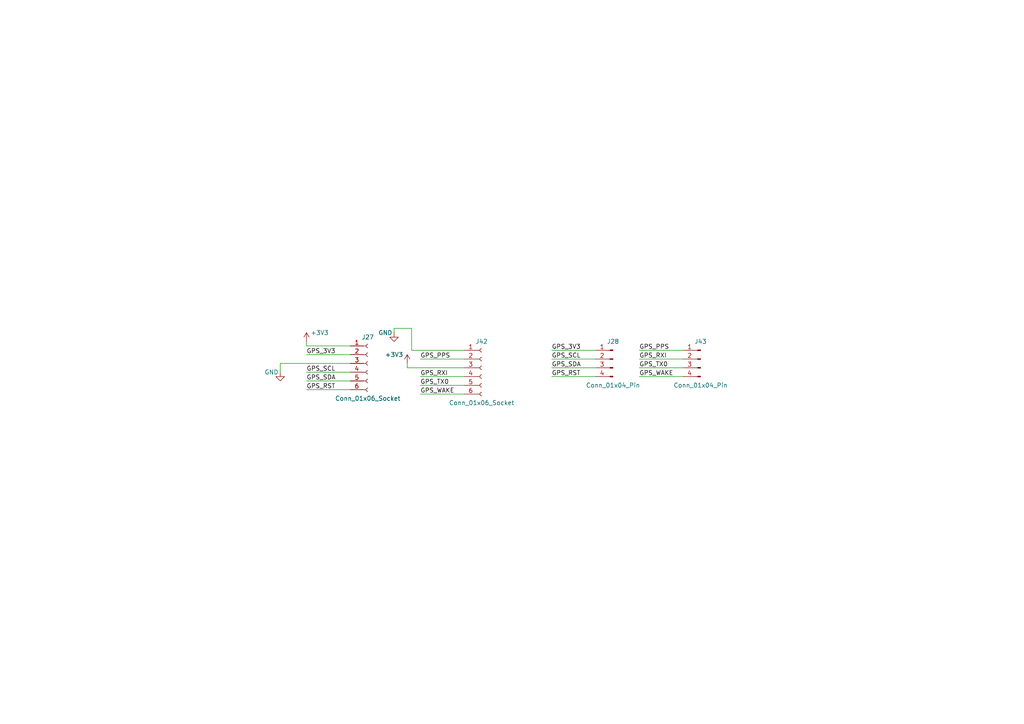
<source format=kicad_sch>
(kicad_sch (version 20231120) (generator "eeschema") (generator_version "8.0")
  (paper "A4")
  (title_block (title "GPS") (date "2024-07-18") (rev "Final"))
  (lib_symbols
    (symbol "Connector:Conn_01x04_Pin" (pin_names (offset 1.016) hide)
      (property "Reference" "J" (at 0 5.08 0))
      (property "Value" "Conn_01x04_Pin" (at 0 -7.62 0))
      (symbol "Conn_01x04_Pin_1_1"
        (polyline (pts (xy 1.27 -5.08) (xy 0.8636 -5.08)) (stroke (width 0.1524)))
        (polyline (pts (xy 1.27 -2.54) (xy 0.8636 -2.54)) (stroke (width 0.1524)))
        (polyline (pts (xy 1.27 0) (xy 0.8636 0)) (stroke (width 0.1524)))
        (polyline (pts (xy 1.27 2.54) (xy 0.8636 2.54)) (stroke (width 0.1524)))
        (rectangle (start 0.8636 -4.953) (end 0 -5.207) (stroke (width 0.1524)) (fill (type outline)))
        (rectangle (start 0.8636 -2.413) (end 0 -2.667) (stroke (width 0.1524)) (fill (type outline)))
        (rectangle (start 0.8636 0.127) (end 0 -0.127) (stroke (width 0.1524)) (fill (type outline)))
        (rectangle (start 0.8636 2.667) (end 0 2.413) (stroke (width 0.1524)) (fill (type outline)))
        (pin passive line (at 5.08 2.54 180) (length 3.81) (name "Pin_1") (number "1"))
        (pin passive line (at 5.08 0 180) (length 3.81) (name "Pin_2") (number "2"))
        (pin passive line (at 5.08 -2.54 180) (length 3.81) (name "Pin_3") (number "3"))
        (pin passive line (at 5.08 -5.08 180) (length 3.81) (name "Pin_4") (number "4"))
      )
    )
    (symbol "Connector:Conn_01x06_Socket" (pin_names (offset 1.016) hide)
      (property "Reference" "J" (at 0 7.62 0))
      (property "Value" "Conn_01x06_Socket" (at 0 -10.16 0))
      (symbol "Conn_01x06_Socket_1_1"
        (arc (start 0 -7.112) (mid -0.5058 -7.62) (end 0 -8.128) (stroke (width 0.1524)))
        (arc (start 0 -4.572) (mid -0.5058 -5.08) (end 0 -5.588) (stroke (width 0.1524)))
        (arc (start 0 -2.032) (mid -0.5058 -2.54) (end 0 -3.048) (stroke (width 0.1524)))
        (polyline (pts (xy -1.27 -7.62) (xy -0.508 -7.62)) (stroke (width 0.1524)))
        (polyline (pts (xy -1.27 -5.08) (xy -0.508 -5.08)) (stroke (width 0.1524)))
        (polyline (pts (xy -1.27 -2.54) (xy -0.508 -2.54)) (stroke (width 0.1524)))
        (polyline (pts (xy -1.27 0) (xy -0.508 0)) (stroke (width 0.1524)))
        (polyline (pts (xy -1.27 2.54) (xy -0.508 2.54)) (stroke (width 0.1524)))
        (polyline (pts (xy -1.27 5.08) (xy -0.508 5.08)) (stroke (width 0.1524)))
        (arc (start 0 0.508) (mid -0.5058 0) (end 0 -0.508) (stroke (width 0.1524)))
        (arc (start 0 3.048) (mid -0.5058 2.54) (end 0 2.032) (stroke (width 0.1524)))
        (arc (start 0 5.588) (mid -0.5058 5.08) (end 0 4.572) (stroke (width 0.1524)))
        (pin passive line (at -5.08 5.08 0) (length 3.81) (name "Pin_1") (number "1"))
        (pin passive line (at -5.08 2.54 0) (length 3.81) (name "Pin_2") (number "2"))
        (pin passive line (at -5.08 0 0) (length 3.81) (name "Pin_3") (number "3"))
        (pin passive line (at -5.08 -2.54 0) (length 3.81) (name "Pin_4") (number "4"))
        (pin passive line (at -5.08 -5.08 0) (length 3.81) (name "Pin_5") (number "5"))
        (pin passive line (at -5.08 -7.62 0) (length 3.81) (name "Pin_6") (number "6"))
      )
    )
    (symbol "power:+3V3" (power) (pin_names (offset 0))
      (property "Value" "+3V3" (at 0 3.556 0))
      (symbol "+3V3_0_1"
        (polyline (pts (xy -0.762 1.27) (xy 0 2.54)))
        (polyline (pts (xy 0 0) (xy 0 2.54)))
        (polyline (pts (xy 0 2.54) (xy 0.762 1.27)))
      )
      (symbol "+3V3_1_1"
        (pin power_in line (at 0 0 90) (length 0) hide (name "+3V3") (number "1"))
      )
    )
    (symbol "power:GND" (power) (pin_names (offset 0))
      (property "Value" "GND" (at 0 -3.81 0))
      (symbol "GND_0_1"
        (polyline (pts (xy 0 0) (xy 0 -1.27) (xy 1.27 -1.27) (xy 0 -2.54) (xy -1.27 -1.27) (xy 0 -1.27)))
      )
      (symbol "GND_1_1"
        (pin power_in line (at 0 0 270) (length 0) hide (name "GND") (number "1"))
      )
    )
  )
  (wire (pts (xy 185.42 106.68) (xy 198.12 106.68)))
  (wire (pts (xy 88.9 102.87) (xy 101.6 102.87)))
  (wire (pts (xy 81.28 105.41) (xy 101.6 105.41)))
  (wire (pts (xy 119.38 101.6) (xy 134.62 101.6)))
  (wire (pts (xy 160.02 106.68) (xy 172.72 106.68)))
  (wire (pts (xy 160.02 104.14) (xy 172.72 104.14)))
  (wire (pts (xy 114.3 96.52) (xy 114.3 95.25)))
  (wire (pts (xy 88.9 100.33) (xy 101.6 100.33)))
  (wire (pts (xy 160.02 101.6) (xy 172.72 101.6)))
  (wire (pts (xy 114.3 95.25) (xy 119.38 95.25)))
  (wire (pts (xy 160.02 109.22) (xy 172.72 109.22)))
  (wire (pts (xy 121.92 114.3) (xy 134.62 114.3)))
  (wire (pts (xy 185.42 101.6) (xy 198.12 101.6)))
  (wire (pts (xy 88.9 99.06) (xy 88.9 100.33)))
  (wire (pts (xy 119.38 95.25) (xy 119.38 101.6)))
  (wire (pts (xy 121.92 104.14) (xy 134.62 104.14)))
  (wire (pts (xy 118.11 105.41) (xy 118.11 106.68)))
  (wire (pts (xy 118.11 106.68) (xy 134.62 106.68)))
  (wire (pts (xy 88.9 107.95) (xy 101.6 107.95)))
  (wire (pts (xy 185.42 109.22) (xy 198.12 109.22)))
  (wire (pts (xy 88.9 110.49) (xy 101.6 110.49)))
  (wire (pts (xy 121.92 111.76) (xy 134.62 111.76)))
  (wire (pts (xy 88.9 113.03) (xy 101.6 113.03)))
  (wire (pts (xy 185.42 104.14) (xy 198.12 104.14)))
  (wire (pts (xy 121.92 109.22) (xy 134.62 109.22)))
  (wire (pts (xy 81.28 107.95) (xy 81.28 105.41)))
  (label "GPS_TX0" (at 121.92 111.76 0))
  (label "GPS_SDA" (at 160.02 106.68 0))
  (label "GPS_RST" (at 88.9 113.03 0))
  (label "GPS_3V3" (at 160.02 101.6 0))
  (label "GPS_PPS" (at 185.42 101.6 0))
  (label "GPS_PPS" (at 121.92 104.14 0))
  (label "GPS_TX0" (at 185.42 106.68 0))
  (label "GPS_RXI" (at 121.92 109.22 0))
  (label "GPS_SCL" (at 160.02 104.14 0))
  (label "GPS_WAKE" (at 121.92 114.3 0))
  (label "GPS_SDA" (at 88.9 110.49 0))
  (label "GPS_SCL" (at 88.9 107.95 0))
  (label "GPS_WAKE" (at 185.42 109.22 0))
  (label "GPS_3V3" (at 88.9 102.87 0))
  (label "GPS_RXI" (at 185.42 104.14 0))
  (label "GPS_RST" (at 160.02 109.22 0))
  (symbol (lib_id "Connector:Conn_01x06_Socket") (at 139.7 106.68 0) (unit 1)
    (property "Reference" "J42" (at 139.7 99.06 0))
    (property "Value" "Conn_01x06_Socket" (at 139.7 116.84 0))
    (property "Footprint" "Connector_PinSocket_2.54mm:PinSocket_1x06_P2.54mm_Vertical" (effects (hide yes)))
  )
  (symbol (lib_id "power:GND") (at 81.28 107.95 0) (unit 1)
    (property "Reference" "#PWR070" (effects (hide yes)))
    (property "Value" "GND" (at 78.74 107.95 0))
  )
  (symbol (lib_id "power:+3V3") (at 118.11 105.41 0) (unit 1)
    (property "Reference" "#PWR097" (effects (hide yes)))
    (property "Value" "+3V3" (at 114.3 102.87 0))
  )
  (symbol (lib_id "Connector:Conn_01x06_Socket") (at 106.68 105.41 0) (unit 1)
    (property "Reference" "J27" (at 106.68 97.79 0))
    (property "Value" "Conn_01x06_Socket" (at 106.68 115.57 0))
    (property "Footprint" "Connector_PinSocket_2.54mm:PinSocket_1x06_P2.54mm_Vertical" (effects (hide yes)))
  )
  (symbol (lib_id "Connector:Conn_01x04_Pin") (at 203.2 104.14 0) (mirror y) (unit 1)
    (property "Reference" "J43" (at 203.2 99.06 0))
    (property "Value" "Conn_01x04_Pin" (at 203.2 111.76 0))
    (property "Footprint" "Connector_PinHeader_2.54mm:PinHeader_1x04_P2.54mm_Vertical" (effects (hide yes)))
  )
  (symbol (lib_id "power:+3V3") (at 88.9 99.06 0) (unit 1)
    (property "Reference" "#PWR071" (effects (hide yes)))
    (property "Value" "+3V3" (at 92.71 96.52 0))
  )
  (symbol (lib_id "power:GND") (at 114.3 96.52 0) (unit 1)
    (property "Reference" "#PWR098" (effects (hide yes)))
    (property "Value" "GND" (at 111.76 96.52 0))
  )
  (symbol (lib_id "Connector:Conn_01x04_Pin") (at 177.8 104.14 0) (mirror y) (unit 1)
    (property "Reference" "J28" (at 177.8 99.06 0))
    (property "Value" "Conn_01x04_Pin" (at 177.8 111.76 0))
    (property "Footprint" "Connector_PinHeader_2.54mm:PinHeader_1x04_P2.54mm_Vertical" (effects (hide yes)))
  )
)
</source>
